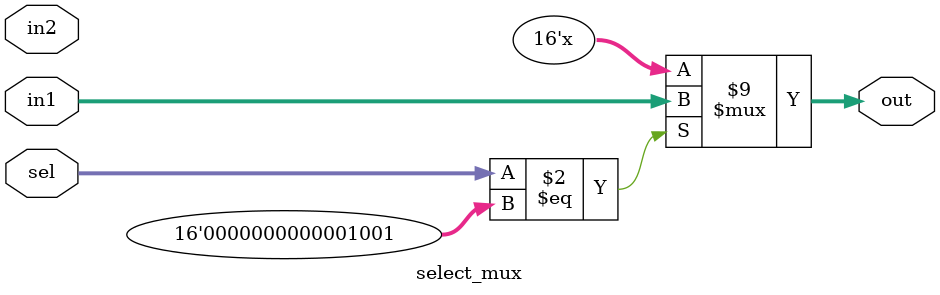
<source format=v>
`timescale 1ns / 1ps


module select_mux#(
    parameter array_size = 9 ,
    parameter data_size=16,
    parameter weight_size=data_size*array_size*array_size,
    parameter mac_size=data_size*array_size,
    parameter dimdata_size=16
    )(
    input [data_size-1:0] in1,
    input [data_size*array_size-1:0] in2,
    input [dimdata_size-1:0] sel,
    output reg [data_size-1:0] out
    );
    reg [array_size*data_size-1:0] temp;
    always @* begin
        if(sel==array_size)begin
            out<=in1;
        end
        else begin
            temp<=in2>>data_size*sel;
            out<=temp[data_size-1:0];
        end
    end
endmodule

</source>
